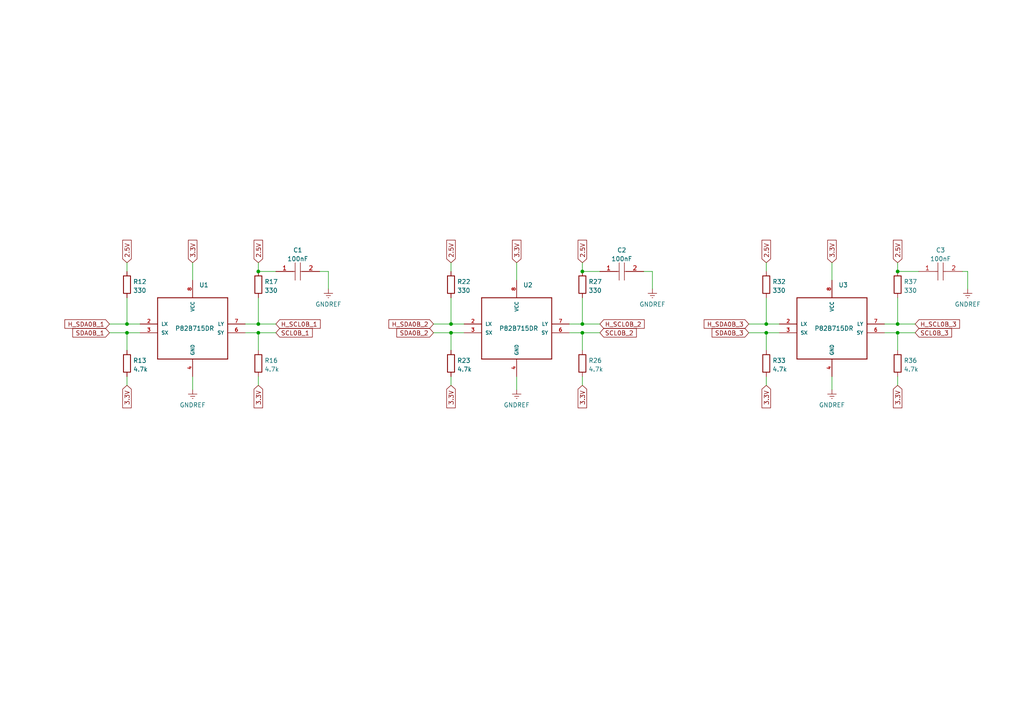
<source format=kicad_sch>
(kicad_sch (version 20211123) (generator eeschema)
  (paper "A4")
  (lib_symbols
    (symbol "C0603C104K4RACTU:C0603C104K4RACTU" (pin_names (offset 0.762))
      (property "Reference" "C" (at 8.89 6.35 0))
      (property "Value" "C0603C104K4RACTU" (at 8.89 3.81 0))
      (symbol "C0603C104K4RACTU_0_0"
        (pin passive line (at 0 0 0) (length 5.08) (name "~") (number "1"))
        (pin passive line (at 12.7 0 180) (length 5.08) (name "~") (number "2"))
      )
      (symbol "C0603C104K4RACTU_0_1"
        (polyline (pts (xy 5.08 0) (xy 5.588 0)) (stroke (width 0.1524)))
        (polyline (pts (xy 5.588 2.54) (xy 5.588 -2.54)) (stroke (width 0.1524)))
        (polyline (pts (xy 7.112 0) (xy 7.62 0)) (stroke (width 0.1524)))
        (polyline (pts (xy 7.112 2.54) (xy 7.112 -2.54)) (stroke (width 0.1524)))
      )
    )
    (symbol "Device:R" (pin_numbers hide) (pin_names (offset 0))
      (property "Reference" "R" (at 2.032 0 90))
      (property "Value" "R" (at 0 0 90))
      (symbol "R_0_1"
        (rectangle (start -1.016 -2.54) (end 1.016 2.54) (stroke (width 0.254)))
      )
      (symbol "R_1_1"
        (pin passive line (at 0 3.81 270) (length 1.27) (name "~") (number "1"))
        (pin passive line (at 0 -3.81 90) (length 1.27) (name "~") (number "2"))
      )
    )
    (symbol "P82B715DR:P82B715DR" (pin_names (offset 1.016))
      (property "Reference" "U" (at -10.1854 12.7254 0))
      (property "Value" "P82B715DR" (at -10.1854 -10.1854 0))
      (symbol "P82B715DR_0_0"
        (polyline (pts (xy -10.16 -7.62) (xy 10.16 -7.62)) (stroke (width 0.254)))
        (polyline (pts (xy -10.16 10.16) (xy -10.16 -7.62)) (stroke (width 0.254)))
        (polyline (pts (xy 10.16 -7.62) (xy 10.16 10.16)) (stroke (width 0.254)))
        (polyline (pts (xy 10.16 10.16) (xy -10.16 10.16)) (stroke (width 0.254)))
        (pin passive line (at -15.24 2.54 0) (length 5.08) (name "LX") (number "2"))
        (pin passive line (at -15.24 0 0) (length 5.08) (name "SX") (number "3"))
        (pin power_in line (at 0 -12.7 90) (length 5.08) (name "GND") (number "4"))
        (pin passive line (at 15.24 0 180) (length 5.08) (name "SY") (number "6"))
        (pin passive line (at 15.24 2.54 180) (length 5.08) (name "LY") (number "7"))
        (pin power_in line (at 0 15.24 270) (length 5.08) (name "VCC") (number "8"))
      )
    )
    (symbol "power:GNDREF" (power) (pin_names (offset 0))
      (property "Value" "GNDREF" (at 0 -3.81 0))
      (symbol "GNDREF_0_1"
        (polyline (pts (xy -0.635 -1.905) (xy 0.635 -1.905)))
        (polyline (pts (xy -0.127 -2.54) (xy 0.127 -2.54)))
        (polyline (pts (xy 0 -1.27) (xy 0 0)))
        (polyline (pts (xy 1.27 -1.27) (xy -1.27 -1.27)))
      )
      (symbol "GNDREF_1_1"
        (pin power_in line (at 0 0 270) (length 0) hide (name "GNDREF") (number "1"))
      )
    )
  )
  (junction (at 168.91 78.74))
  (junction (at 260.35 96.52))
  (junction (at 222.25 96.52))
  (junction (at 168.91 93.98))
  (junction (at 222.25 93.98))
  (junction (at 260.35 78.74))
  (junction (at 130.81 96.52))
  (junction (at 36.83 96.52))
  (junction (at 74.93 78.74))
  (junction (at 130.81 93.98))
  (junction (at 36.83 93.98))
  (junction (at 74.93 96.52))
  (junction (at 168.91 96.52))
  (junction (at 74.93 93.98))
  (junction (at 260.35 93.98))
  (wire (pts (xy 165.1 96.52) (xy 168.91 96.52)))
  (wire (pts (xy 31.75 93.98) (xy 36.83 93.98)))
  (wire (pts (xy 189.23 78.74) (xy 189.23 83.82)))
  (wire (pts (xy 260.35 96.52) (xy 265.43 96.52)))
  (wire (pts (xy 36.83 96.52) (xy 40.64 96.52)))
  (wire (pts (xy 241.3 109.22) (xy 241.3 113.03)))
  (wire (pts (xy 241.3 76.2) (xy 241.3 81.28)))
  (wire (pts (xy 36.83 76.2) (xy 36.83 78.74)))
  (wire (pts (xy 95.25 78.74) (xy 95.25 83.82)))
  (wire (pts (xy 280.67 78.74) (xy 280.67 83.82)))
  (wire (pts (xy 260.35 96.52) (xy 260.35 101.6)))
  (wire (pts (xy 36.83 93.98) (xy 40.64 93.98)))
  (wire (pts (xy 130.81 76.2) (xy 130.81 78.74)))
  (wire (pts (xy 74.93 96.52) (xy 74.93 101.6)))
  (wire (pts (xy 71.12 93.98) (xy 74.93 93.98)))
  (wire (pts (xy 168.91 86.36) (xy 168.91 93.98)))
  (wire (pts (xy 260.35 93.98) (xy 265.43 93.98)))
  (wire (pts (xy 186.69 78.74) (xy 189.23 78.74)))
  (wire (pts (xy 217.17 96.52) (xy 222.25 96.52)))
  (wire (pts (xy 168.91 78.74) (xy 173.99 78.74)))
  (wire (pts (xy 130.81 96.52) (xy 134.62 96.52)))
  (wire (pts (xy 168.91 96.52) (xy 168.91 101.6)))
  (wire (pts (xy 149.86 109.22) (xy 149.86 113.03)))
  (wire (pts (xy 222.25 76.2) (xy 222.25 78.74)))
  (wire (pts (xy 260.35 78.74) (xy 266.446 78.74)))
  (wire (pts (xy 279.146 78.74) (xy 280.67 78.74)))
  (wire (pts (xy 168.91 76.2) (xy 168.91 78.74)))
  (wire (pts (xy 55.88 76.2) (xy 55.88 81.28)))
  (wire (pts (xy 130.81 96.52) (xy 130.81 101.6)))
  (wire (pts (xy 74.93 93.98) (xy 80.01 93.98)))
  (wire (pts (xy 92.71 78.74) (xy 95.25 78.74)))
  (wire (pts (xy 222.25 109.22) (xy 222.25 111.76)))
  (wire (pts (xy 165.1 93.98) (xy 168.91 93.98)))
  (wire (pts (xy 36.83 96.52) (xy 36.83 101.6)))
  (wire (pts (xy 149.86 76.2) (xy 149.86 81.28)))
  (wire (pts (xy 130.81 109.22) (xy 130.81 111.76)))
  (wire (pts (xy 168.91 93.98) (xy 173.99 93.98)))
  (wire (pts (xy 256.54 96.52) (xy 260.35 96.52)))
  (wire (pts (xy 222.25 96.52) (xy 222.25 101.6)))
  (wire (pts (xy 256.54 93.98) (xy 260.35 93.98)))
  (wire (pts (xy 74.93 86.36) (xy 74.93 93.98)))
  (wire (pts (xy 222.25 86.36) (xy 222.25 93.98)))
  (wire (pts (xy 55.88 109.22) (xy 55.88 113.03)))
  (wire (pts (xy 217.17 93.98) (xy 222.25 93.98)))
  (wire (pts (xy 31.75 96.52) (xy 36.83 96.52)))
  (wire (pts (xy 260.35 76.2) (xy 260.35 78.74)))
  (wire (pts (xy 168.91 109.22) (xy 168.91 111.76)))
  (wire (pts (xy 222.25 96.52) (xy 226.06 96.52)))
  (wire (pts (xy 74.93 76.2) (xy 74.93 78.74)))
  (wire (pts (xy 74.93 78.74) (xy 80.01 78.74)))
  (wire (pts (xy 125.73 96.52) (xy 130.81 96.52)))
  (wire (pts (xy 36.83 109.22) (xy 36.83 111.76)))
  (wire (pts (xy 130.81 93.98) (xy 134.62 93.98)))
  (wire (pts (xy 260.35 86.36) (xy 260.35 93.98)))
  (wire (pts (xy 260.35 109.22) (xy 260.35 111.76)))
  (wire (pts (xy 71.12 96.52) (xy 74.93 96.52)))
  (wire (pts (xy 130.81 86.36) (xy 130.81 93.98)))
  (wire (pts (xy 222.25 93.98) (xy 226.06 93.98)))
  (wire (pts (xy 74.93 96.52) (xy 80.01 96.52)))
  (wire (pts (xy 125.73 93.98) (xy 130.81 93.98)))
  (wire (pts (xy 36.83 86.36) (xy 36.83 93.98)))
  (wire (pts (xy 74.93 109.22) (xy 74.93 111.76)))
  (wire (pts (xy 168.91 96.52) (xy 173.99 96.52)))
  (global_label "SDA0B_3" (shape input) (at 217.17 96.52 180) (property "Intersheet References" "${INTERSHEET_REFS}" (effects hide)))
  (global_label "3.3V" (shape input) (at 36.83 111.76 270) (property "Intersheet References" "${INTERSHEET_REFS}" (effects hide)))
  (global_label "SCL0B_2" (shape input) (at 173.99 96.52 0) (property "Intersheet References" "${INTERSHEET_REFS}" (effects hide)))
  (global_label "H_SCL0B_1" (shape input) (at 80.01 93.98 0) (property "Intersheet References" "${INTERSHEET_REFS}" (effects hide)))
  (global_label "2.5V" (shape input) (at 168.91 76.2 90) (property "Intersheet References" "${INTERSHEET_REFS}" (effects hide)))
  (global_label "3.3V" (shape input) (at 74.93 111.76 270) (property "Intersheet References" "${INTERSHEET_REFS}" (effects hide)))
  (global_label "H_SDA0B_2" (shape input) (at 125.73 93.98 180) (property "Intersheet References" "${INTERSHEET_REFS}" (effects hide)))
  (global_label "SCL0B_3" (shape input) (at 265.43 96.52 0) (property "Intersheet References" "${INTERSHEET_REFS}" (effects hide)))
  (global_label "3.3V" (shape input) (at 168.91 111.76 270) (property "Intersheet References" "${INTERSHEET_REFS}" (effects hide)))
  (global_label "SCL0B_1" (shape input) (at 80.01 96.52 0) (property "Intersheet References" "${INTERSHEET_REFS}" (effects hide)))
  (global_label "2.5V" (shape input) (at 260.35 76.2 90) (property "Intersheet References" "${INTERSHEET_REFS}" (effects hide)))
  (global_label "H_SCL0B_3" (shape input) (at 265.43 93.98 0) (property "Intersheet References" "${INTERSHEET_REFS}" (effects hide)))
  (global_label "3.3V" (shape input) (at 149.86 76.2 90) (property "Intersheet References" "${INTERSHEET_REFS}" (effects hide)))
  (global_label "3.3V" (shape input) (at 260.35 111.76 270) (property "Intersheet References" "${INTERSHEET_REFS}" (effects hide)))
  (global_label "2.5V" (shape input) (at 222.25 76.2 90) (property "Intersheet References" "${INTERSHEET_REFS}" (effects hide)))
  (global_label "2.5V" (shape input) (at 74.93 76.2 90) (property "Intersheet References" "${INTERSHEET_REFS}" (effects hide)))
  (global_label "3.3V" (shape input) (at 55.88 76.2 90) (property "Intersheet References" "${INTERSHEET_REFS}" (effects hide)))
  (global_label "H_SDA0B_1" (shape input) (at 31.75 93.98 180) (property "Intersheet References" "${INTERSHEET_REFS}" (effects hide)))
  (global_label "SDA0B_2" (shape input) (at 125.73 96.52 180) (property "Intersheet References" "${INTERSHEET_REFS}" (effects hide)))
  (global_label "2.5V" (shape input) (at 130.81 76.2 90) (property "Intersheet References" "${INTERSHEET_REFS}" (effects hide)))
  (global_label "3.3V" (shape input) (at 222.25 111.76 270) (property "Intersheet References" "${INTERSHEET_REFS}" (effects hide)))
  (global_label "H_SDA0B_3" (shape input) (at 217.17 93.98 180) (property "Intersheet References" "${INTERSHEET_REFS}" (effects hide)))
  (global_label "3.3V" (shape input) (at 130.81 111.76 270) (property "Intersheet References" "${INTERSHEET_REFS}" (effects hide)))
  (global_label "2.5V" (shape input) (at 36.83 76.2 90) (property "Intersheet References" "${INTERSHEET_REFS}" (effects hide)))
  (global_label "SDA0B_1" (shape input) (at 31.75 96.52 180) (property "Intersheet References" "${INTERSHEET_REFS}" (effects hide)))
  (global_label "3.3V" (shape input) (at 241.3 76.2 90) (property "Intersheet References" "${INTERSHEET_REFS}" (effects hide)))
  (global_label "H_SCL0B_2" (shape input) (at 173.99 93.98 0) (property "Intersheet References" "${INTERSHEET_REFS}" (effects hide)))
  (symbol (lib_id "P82B715DR:P82B715DR") (at 241.3 96.52 0) (unit 1)
    (property "Reference" "U3" (at 243.1797 82.6602 0) (effects (justify left)))
    (property "Value" "P82B715DR" (at 236.22 95.25 0) (effects (justify left)))
    (property "Footprint" "P82B715DR:P82B715DR" (effects hide))
    (property "Datasheet" "http://www.ti.com/lit/gpn/p82b715" (effects hide))
    (property "Field4" "I2C Buffer 5V/9V 8-Pin SOIC T/R" (effects hide))
    (property "Field5" "Unavailable" (effects hide))
    (property "Field6" "SOIC-8 NXP Semiconductors" (effects hide))
    (property "Field7" "P82B715DR" (effects hide))
    (property "Field8" "None" (effects hide))
  )
  (symbol (lib_id "Device:R") (at 36.83 105.41 0) (unit 1)
    (property "Reference" "R13" (at 38.608 104.5753 0) (effects (justify left)))
    (property "Value" "4.7k" (at 38.608 107.1122 0) (effects (justify left)))
    (property "Footprint" "Resistor_SMD:R_0603_1608Metric" (effects hide))
  )
  (symbol (lib_id "Device:R") (at 130.81 82.55 0) (unit 1)
    (property "Reference" "R22" (at 132.588 81.7153 0) (effects (justify left)))
    (property "Value" "330" (at 132.588 84.2522 0) (effects (justify left)))
    (property "Footprint" "Resistor_SMD:R_0603_1608Metric" (effects hide))
  )
  (symbol (lib_id "P82B715DR:P82B715DR") (at 149.86 96.52 0) (unit 1)
    (property "Reference" "U2" (at 151.7397 82.6602 0) (effects (justify left)))
    (property "Value" "P82B715DR" (at 144.78 95.25 0) (effects (justify left)))
    (property "Footprint" "P82B715DR:P82B715DR" (effects hide))
    (property "Datasheet" "http://www.ti.com/lit/gpn/p82b715" (effects hide))
    (property "Field4" "I2C Buffer 5V/9V 8-Pin SOIC T/R" (effects hide))
    (property "Field5" "Unavailable" (effects hide))
    (property "Field6" "SOIC-8 NXP Semiconductors" (effects hide))
    (property "Field7" "P82B715DR" (effects hide))
    (property "Field8" "None" (effects hide))
  )
  (symbol (lib_id "C0603C104K4RACTU:C0603C104K4RACTU") (at 80.01 78.74 0) (unit 1)
    (property "Reference" "C1" (at 86.36 72.551 0))
    (property "Value" "100nF" (at 86.36 75.0879 0))
    (property "Footprint" "C0603C104K4RACTU:C0603C104K4RACTU" (effects hide))
    (property "Datasheet" "http://www.kemet.com/Lists/ProductCatalog/Attachments/53/KEM_C1002_X7R_SMD.pdf" (effects hide))
    (property "Description" "0603 X7R ceramic capacitor, 16V 100nF Kemet 0603 0.1??F Ceramic Multilayer Capacitor, 16V dc X7R Dielectric ??10% SMD" (effects hide))
    (property "Height" "0.87" (effects hide))
    (property "Manufacturer_Name" "Kemet" (effects hide))
    (property "Manufacturer_Part_Number" "C0603C104K4RACTU" (effects hide))
    (property "Mouser Part Number" "80-C0603C104K4R" (effects hide))
    (property "Mouser Price/Stock" "https://www.mouser.com/Search/Refine.aspx?Keyword=80-C0603C104K4R" (effects hide))
    (property "RS Part Number" "2644630P" (effects hide))
    (property "RS Price/Stock" "http://uk.rs-online.com/web/p/products/2644630P" (effects hide))
  )
  (symbol (lib_id "C0603C104K4RACTU:C0603C104K4RACTU") (at 173.99 78.74 0) (unit 1)
    (property "Reference" "C2" (at 180.34 72.551 0))
    (property "Value" "100nF" (at 180.34 75.0879 0))
    (property "Footprint" "C0603C104K4RACTU:C0603C104K4RACTU" (effects hide))
    (property "Datasheet" "http://www.kemet.com/Lists/ProductCatalog/Attachments/53/KEM_C1002_X7R_SMD.pdf" (effects hide))
    (property "Description" "0603 X7R ceramic capacitor, 16V 100nF Kemet 0603 0.1??F Ceramic Multilayer Capacitor, 16V dc X7R Dielectric ??10% SMD" (effects hide))
    (property "Height" "0.87" (effects hide))
    (property "Manufacturer_Name" "Kemet" (effects hide))
    (property "Manufacturer_Part_Number" "C0603C104K4RACTU" (effects hide))
    (property "Mouser Part Number" "80-C0603C104K4R" (effects hide))
    (property "Mouser Price/Stock" "https://www.mouser.com/Search/Refine.aspx?Keyword=80-C0603C104K4R" (effects hide))
    (property "RS Part Number" "2644630P" (effects hide))
    (property "RS Price/Stock" "http://uk.rs-online.com/web/p/products/2644630P" (effects hide))
  )
  (symbol (lib_id "P82B715DR:P82B715DR") (at 55.88 96.52 0) (unit 1)
    (property "Reference" "U1" (at 57.7597 82.6602 0) (effects (justify left)))
    (property "Value" "P82B715DR" (at 50.8 95.25 0) (effects (justify left)))
    (property "Footprint" "P82B715DR:P82B715DR" (effects hide))
    (property "Datasheet" "http://www.ti.com/lit/gpn/p82b715" (effects hide))
    (property "Field4" "I2C Buffer 5V/9V 8-Pin SOIC T/R" (effects hide))
    (property "Field5" "Unavailable" (effects hide))
    (property "Field6" "SOIC-8 NXP Semiconductors" (effects hide))
    (property "Field7" "P82B715DR" (effects hide))
    (property "Field8" "None" (effects hide))
  )
  (symbol (lib_id "Device:R") (at 36.83 82.55 0) (unit 1)
    (property "Reference" "R12" (at 38.608 81.7153 0) (effects (justify left)))
    (property "Value" "330" (at 38.608 84.2522 0) (effects (justify left)))
    (property "Footprint" "Resistor_SMD:R_0603_1608Metric" (effects hide))
  )
  (symbol (lib_id "Device:R") (at 260.35 105.41 0) (unit 1)
    (property "Reference" "R36" (at 262.128 104.5753 0) (effects (justify left)))
    (property "Value" "4.7k" (at 262.128 107.1122 0) (effects (justify left)))
    (property "Footprint" "Resistor_SMD:R_0603_1608Metric" (effects hide))
  )
  (symbol (lib_id "Device:R") (at 74.93 82.55 0) (unit 1)
    (property "Reference" "R17" (at 76.708 81.7153 0) (effects (justify left)))
    (property "Value" "330" (at 76.708 84.2522 0) (effects (justify left)))
    (property "Footprint" "Resistor_SMD:R_0603_1608Metric" (effects hide))
  )
  (symbol (lib_id "C0603C104K4RACTU:C0603C104K4RACTU") (at 266.446 78.74 0) (unit 1)
    (property "Reference" "C3" (at 272.796 72.551 0))
    (property "Value" "100nF" (at 272.796 75.0879 0))
    (property "Footprint" "C0603C104K4RACTU:C0603C104K4RACTU" (effects hide))
    (property "Datasheet" "http://www.kemet.com/Lists/ProductCatalog/Attachments/53/KEM_C1002_X7R_SMD.pdf" (effects hide))
    (property "Description" "0603 X7R ceramic capacitor, 16V 100nF Kemet 0603 0.1??F Ceramic Multilayer Capacitor, 16V dc X7R Dielectric ??10% SMD" (effects hide))
    (property "Height" "0.87" (effects hide))
    (property "Manufacturer_Name" "Kemet" (effects hide))
    (property "Manufacturer_Part_Number" "C0603C104K4RACTU" (effects hide))
    (property "Mouser Part Number" "80-C0603C104K4R" (effects hide))
    (property "Mouser Price/Stock" "https://www.mouser.com/Search/Refine.aspx?Keyword=80-C0603C104K4R" (effects hide))
    (property "RS Part Number" "2644630P" (effects hide))
    (property "RS Price/Stock" "http://uk.rs-online.com/web/p/products/2644630P" (effects hide))
  )
  (symbol (lib_id "power:GNDREF") (at 280.67 83.82 0) (unit 1)
    (property "Reference" "#PWR0112" (effects hide))
    (property "Value" "GNDREF" (at 280.67 88.2634 0))
  )
  (symbol (lib_id "Device:R") (at 222.25 82.55 0) (unit 1)
    (property "Reference" "R32" (at 224.028 81.7153 0) (effects (justify left)))
    (property "Value" "330" (at 224.028 84.2522 0) (effects (justify left)))
    (property "Footprint" "Resistor_SMD:R_0603_1608Metric" (effects hide))
  )
  (symbol (lib_id "power:GNDREF") (at 55.88 113.03 0) (unit 1)
    (property "Reference" "#PWR0104" (effects hide))
    (property "Value" "GNDREF" (at 55.88 117.4734 0))
  )
  (symbol (lib_id "Device:R") (at 168.91 105.41 0) (unit 1)
    (property "Reference" "R26" (at 170.688 104.5753 0) (effects (justify left)))
    (property "Value" "4.7k" (at 170.688 107.1122 0) (effects (justify left)))
    (property "Footprint" "Resistor_SMD:R_0603_1608Metric" (effects hide))
  )
  (symbol (lib_id "Device:R") (at 168.91 82.55 0) (unit 1)
    (property "Reference" "R27" (at 170.688 81.7153 0) (effects (justify left)))
    (property "Value" "330" (at 170.688 84.2522 0) (effects (justify left)))
    (property "Footprint" "Resistor_SMD:R_0603_1608Metric" (effects hide))
  )
  (symbol (lib_id "power:GNDREF") (at 149.86 113.03 0) (unit 1)
    (property "Reference" "#PWR0109" (effects hide))
    (property "Value" "GNDREF" (at 149.86 117.4734 0))
  )
  (symbol (lib_id "Device:R") (at 222.25 105.41 0) (unit 1)
    (property "Reference" "R33" (at 224.028 104.5753 0) (effects (justify left)))
    (property "Value" "4.7k" (at 224.028 107.1122 0) (effects (justify left)))
    (property "Footprint" "Resistor_SMD:R_0603_1608Metric" (effects hide))
  )
  (symbol (lib_id "power:GNDREF") (at 189.23 83.82 0) (unit 1)
    (property "Reference" "#PWR0110" (effects hide))
    (property "Value" "GNDREF" (at 189.23 88.2634 0))
  )
  (symbol (lib_id "Device:R") (at 74.93 105.41 0) (unit 1)
    (property "Reference" "R16" (at 76.708 104.5753 0) (effects (justify left)))
    (property "Value" "4.7k" (at 76.708 107.1122 0) (effects (justify left)))
    (property "Footprint" "Resistor_SMD:R_0603_1608Metric" (effects hide))
  )
  (symbol (lib_id "Device:R") (at 130.81 105.41 0) (unit 1)
    (property "Reference" "R23" (at 132.588 104.5753 0) (effects (justify left)))
    (property "Value" "4.7k" (at 132.588 107.1122 0) (effects (justify left)))
    (property "Footprint" "Resistor_SMD:R_0603_1608Metric" (effects hide))
  )
  (symbol (lib_id "power:GNDREF") (at 95.25 83.82 0) (unit 1)
    (property "Reference" "#PWR0108" (effects hide))
    (property "Value" "GNDREF" (at 95.25 88.2634 0))
  )
  (symbol (lib_id "power:GNDREF") (at 241.3 113.03 0) (unit 1)
    (property "Reference" "#PWR0111" (effects hide))
    (property "Value" "GNDREF" (at 241.3 117.4734 0))
  )
  (symbol (lib_id "Device:R") (at 260.35 82.55 0) (unit 1)
    (property "Reference" "R37" (at 262.128 81.7153 0) (effects (justify left)))
    (property "Value" "330" (at 262.128 84.2522 0) (effects (justify left)))
    (property "Footprint" "Resistor_SMD:R_0603_1608Metric" (effects hide))
  )
)
</source>
